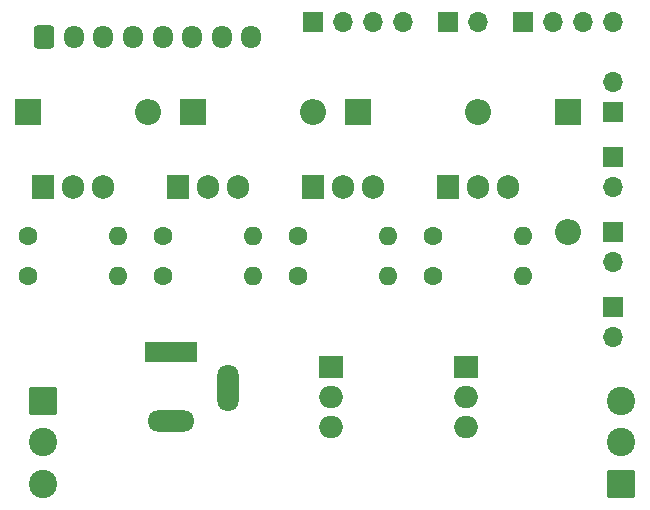
<source format=gbs>
G04 #@! TF.GenerationSoftware,KiCad,Pcbnew,9.0.0*
G04 #@! TF.CreationDate,2025-03-07T23:57:35+01:00*
G04 #@! TF.ProjectId,pcb,7063622e-6b69-4636-9164-5f7063625858,rev?*
G04 #@! TF.SameCoordinates,Original*
G04 #@! TF.FileFunction,Soldermask,Bot*
G04 #@! TF.FilePolarity,Negative*
%FSLAX46Y46*%
G04 Gerber Fmt 4.6, Leading zero omitted, Abs format (unit mm)*
G04 Created by KiCad (PCBNEW 9.0.0) date 2025-03-07 23:57:35*
%MOMM*%
%LPD*%
G01*
G04 APERTURE LIST*
G04 Aperture macros list*
%AMRoundRect*
0 Rectangle with rounded corners*
0 $1 Rounding radius*
0 $2 $3 $4 $5 $6 $7 $8 $9 X,Y pos of 4 corners*
0 Add a 4 corners polygon primitive as box body*
4,1,4,$2,$3,$4,$5,$6,$7,$8,$9,$2,$3,0*
0 Add four circle primitives for the rounded corners*
1,1,$1+$1,$2,$3*
1,1,$1+$1,$4,$5*
1,1,$1+$1,$6,$7*
1,1,$1+$1,$8,$9*
0 Add four rect primitives between the rounded corners*
20,1,$1+$1,$2,$3,$4,$5,0*
20,1,$1+$1,$4,$5,$6,$7,0*
20,1,$1+$1,$6,$7,$8,$9,0*
20,1,$1+$1,$8,$9,$2,$3,0*%
G04 Aperture macros list end*
%ADD10R,2.200000X2.200000*%
%ADD11O,2.200000X2.200000*%
%ADD12R,1.700000X1.700000*%
%ADD13O,1.700000X1.700000*%
%ADD14RoundRect,0.250000X-0.600000X-0.725000X0.600000X-0.725000X0.600000X0.725000X-0.600000X0.725000X0*%
%ADD15O,1.700000X1.950000*%
%ADD16R,2.000000X1.905000*%
%ADD17O,2.000000X1.905000*%
%ADD18O,1.905000X2.000000*%
%ADD19R,1.905000X2.000000*%
%ADD20C,1.600000*%
%ADD21O,1.600000X1.600000*%
%ADD22R,4.400000X1.800000*%
%ADD23O,4.000000X1.800000*%
%ADD24O,1.800000X4.000000*%
%ADD25RoundRect,0.250001X-0.949999X0.949999X-0.949999X-0.949999X0.949999X-0.949999X0.949999X0.949999X0*%
%ADD26C,2.400000*%
%ADD27RoundRect,0.250001X0.949999X-0.949999X0.949999X0.949999X-0.949999X0.949999X-0.949999X-0.949999X0*%
G04 APERTURE END LIST*
D10*
X91440000Y-48260000D03*
D11*
X101600000Y-48260000D03*
D10*
X105410000Y-48260000D03*
D11*
X115570000Y-48260000D03*
D12*
X140970000Y-64770000D03*
D13*
X140970000Y-67310000D03*
D14*
X92790000Y-41910000D03*
D15*
X95290000Y-41910000D03*
X97790000Y-41910000D03*
X100290000Y-41910000D03*
X102790000Y-41910000D03*
X105290000Y-41910000D03*
X107790000Y-41910000D03*
X110290000Y-41910000D03*
D12*
X140970000Y-48260000D03*
D13*
X140970000Y-45720000D03*
D16*
X117035000Y-69850000D03*
D17*
X117035000Y-72390000D03*
X117035000Y-74930000D03*
D18*
X95250000Y-54610000D03*
D19*
X92710000Y-54610000D03*
D18*
X97790000Y-54610000D03*
D20*
X114300000Y-62103000D03*
D21*
X121920000Y-62103000D03*
D20*
X91440000Y-58745000D03*
D21*
X99060000Y-58745000D03*
D12*
X140970000Y-52070000D03*
D13*
X140970000Y-54610000D03*
D20*
X91440000Y-62145000D03*
D21*
X99060000Y-62145000D03*
D17*
X128465000Y-74930000D03*
X128465000Y-72390000D03*
D16*
X128465000Y-69850000D03*
D10*
X119380000Y-48260000D03*
D11*
X129540000Y-48260000D03*
D18*
X118110000Y-54610000D03*
D19*
X115570000Y-54610000D03*
D18*
X120650000Y-54610000D03*
X106680000Y-54610000D03*
D19*
X104140000Y-54610000D03*
D18*
X109220000Y-54610000D03*
D10*
X137160000Y-48260000D03*
D11*
X137160000Y-58420000D03*
D22*
X103540000Y-68580000D03*
D23*
X103540000Y-74380000D03*
D24*
X108340000Y-71580000D03*
D12*
X140970000Y-58420000D03*
D13*
X140970000Y-60960000D03*
D20*
X125730000Y-58724800D03*
D21*
X133350000Y-58724800D03*
D25*
X92710000Y-72700000D03*
D26*
X92710000Y-76200000D03*
X92710000Y-79700000D03*
D20*
X114300000Y-58724800D03*
D21*
X121920000Y-58724800D03*
D20*
X102870000Y-62145000D03*
D21*
X110490000Y-62145000D03*
D12*
X115570000Y-40640000D03*
D13*
X118110000Y-40640000D03*
X120650000Y-40640000D03*
X123190000Y-40640000D03*
D12*
X127000000Y-40640000D03*
D13*
X129540000Y-40640000D03*
D27*
X141605000Y-79700000D03*
D26*
X141605000Y-76200000D03*
X141605000Y-72700000D03*
D20*
X125730000Y-62077600D03*
D21*
X133350000Y-62077600D03*
D20*
X102870000Y-58745000D03*
D21*
X110490000Y-58745000D03*
D18*
X129540000Y-54610000D03*
D19*
X127000000Y-54610000D03*
D18*
X132080000Y-54610000D03*
D12*
X133350000Y-40640000D03*
D13*
X135890000Y-40640000D03*
X138430000Y-40640000D03*
X140970000Y-40640000D03*
M02*

</source>
